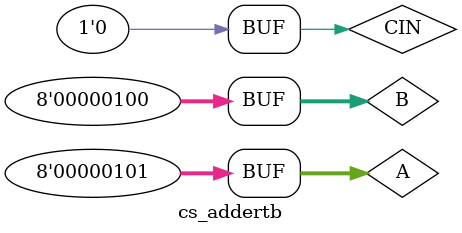
<source format=v>
module cs_addertb;

reg [7:0]A,B;
reg CIN;
wire COUT;
wire [7:0]S;
cs_adder asa(A,B,CIN,S,COUT);


initial
begin
$monitor("%d + %d = %d %d",A,B,COUT,S);
#5 A=5; B=4; CIN=0;
end

endmodule

</source>
